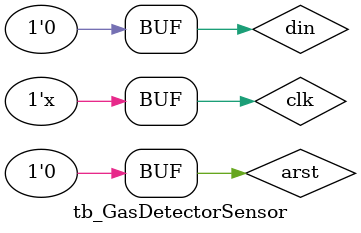
<source format=v>
`timescale 1ns / 1ps


module tb_GasDetectorSensor;

	// Inputs
	reg arst;
	reg clk = 0;
	reg din;

	// Outputs
	wire [2:0] dout;

	// Instantiate the Unit Under Test (UUT)
	GasDetectorSensor uut (
		.arst(arst), 
		.clk(clk), 
		.din(din), 
		.dout(dout)
	);

	always #25 clk=~clk;
	initial begin
		// Initialize Inputs
		din  = 0;
		arst = 0;
		
		// async reset
		arst = #1 1; 
		arst = #1 0;
        
		// Add stimulus here
		
		// methane
		din = #12 1;
		din = #50 0;
		din = #50 1;
		din = #50 1;
		
		/// common part
		
		din = #50 1;
		din = #50 0;
		din = #50 1;
		din = #50 0;
		din = #50 1;
		din = #50 0;
		
		/// mono
		
		din = #50 0;
		din = #50 1;
		din = #50 0;
		din = #50 0;
		din = #50 1;
		din = #50 1;
		
		/// di
		
		din = #50 1;
		din = #50 0;
		din = #50 0;
		din = #50 1;
		din = #50 0;
		din = #50 0;
		din = #50 1;
		din = #50 0;
		din = #50 0;
		
		/// reset 
		arst = #1 1; 
		arst = #1 0;
		
		
	end
   

      
endmodule


</source>
